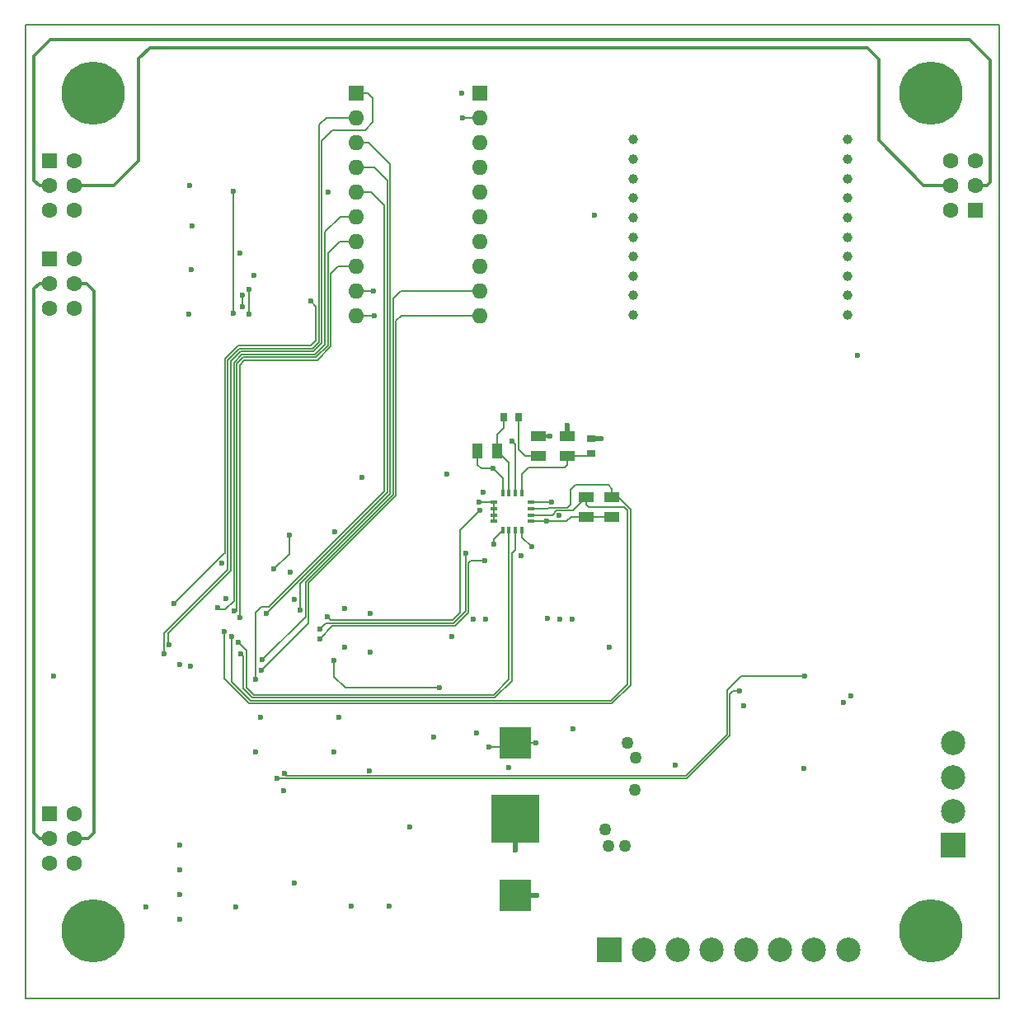
<source format=gbl>
%FSLAX25Y25*%
%MOIN*%
G70*
G01*
G75*
G04 Layer_Physical_Order=4*
G04 Layer_Color=16711680*
%ADD10R,0.06000X0.04000*%
%ADD11R,0.02953X0.11024*%
%ADD12R,0.04000X0.06000*%
%ADD13R,0.03201X0.02799*%
%ADD14R,0.02799X0.03201*%
%ADD15R,0.03543X0.04724*%
%ADD16O,0.10236X0.02756*%
%ADD17R,0.20472X0.34449*%
%ADD18O,0.01772X0.07874*%
%ADD19R,0.01201X0.07098*%
%ADD20R,0.01200X0.07100*%
%ADD21R,0.07100X0.01200*%
%ADD22R,0.07100X0.01200*%
%ADD23R,0.07098X0.01201*%
%ADD24R,0.02559X0.04134*%
%ADD25R,0.06000X0.02500*%
%ADD26O,0.06000X0.02500*%
%ADD27R,0.06299X0.01969*%
%ADD28R,0.01969X0.06299*%
%ADD29R,0.04724X0.02362*%
%ADD30R,0.07874X0.21654*%
%ADD31R,0.04000X0.04000*%
%ADD32R,0.04000X0.08000*%
%ADD33R,0.03937X0.09055*%
%ADD34R,0.03937X0.05118*%
%ADD35R,0.05118X0.03937*%
%ADD36R,0.05906X0.03937*%
%ADD37R,0.11024X0.03937*%
%ADD38C,0.01181*%
%ADD39C,0.01969*%
%ADD40C,0.00591*%
%ADD41C,0.00787*%
%ADD42C,0.06299*%
%ADD43R,0.06299X0.06299*%
%ADD44R,0.06300X0.06200*%
%ADD45O,0.06300X0.06200*%
%ADD46C,0.25590*%
%ADD47R,0.09843X0.09843*%
%ADD48C,0.09843*%
%ADD49C,0.03937*%
%ADD50R,0.09843X0.09843*%
%ADD51C,0.02362*%
%ADD52C,0.05000*%
%ADD53C,0.04000*%
%ADD54C,0.05906*%
G04:AMPARAMS|DCode=55|XSize=74.803mil|YSize=74.803mil|CornerRadius=0mil|HoleSize=0mil|Usage=FLASHONLY|Rotation=0.000|XOffset=0mil|YOffset=0mil|HoleType=Round|Shape=Relief|Width=10mil|Gap=7.87mil|Entries=4|*
%AMTHD55*
7,0,0,0.07480,0.05906,0.01000,45*
%
%ADD55THD55*%
%ADD56C,0.05512*%
G04:AMPARAMS|DCode=57|XSize=70.866mil|YSize=70.866mil|CornerRadius=0mil|HoleSize=0mil|Usage=FLASHONLY|Rotation=0.000|XOffset=0mil|YOffset=0mil|HoleType=Round|Shape=Relief|Width=10mil|Gap=7.87mil|Entries=4|*
%AMTHD57*
7,0,0,0.07087,0.05512,0.01000,45*
%
%ADD57THD57*%
G04:AMPARAMS|DCode=58|XSize=161.417mil|YSize=161.417mil|CornerRadius=0mil|HoleSize=0mil|Usage=FLASHONLY|Rotation=0.000|XOffset=0mil|YOffset=0mil|HoleType=Round|Shape=Relief|Width=10mil|Gap=7.87mil|Entries=4|*
%AMTHD58*
7,0,0,0.16142,0.14567,0.01000,45*
%
%ADD58THD58*%
%ADD59C,0.08268*%
G04:AMPARAMS|DCode=60|XSize=98.425mil|YSize=98.425mil|CornerRadius=0mil|HoleSize=0mil|Usage=FLASHONLY|Rotation=0.000|XOffset=0mil|YOffset=0mil|HoleType=Round|Shape=Relief|Width=10mil|Gap=7.87mil|Entries=4|*
%AMTHD60*
7,0,0,0.09843,0.08268,0.01000,45*
%
%ADD60THD60*%
%ADD61C,0.05118*%
G04:AMPARAMS|DCode=62|XSize=66.929mil|YSize=66.929mil|CornerRadius=0mil|HoleSize=0mil|Usage=FLASHONLY|Rotation=0.000|XOffset=0mil|YOffset=0mil|HoleType=Round|Shape=Relief|Width=10mil|Gap=7.87mil|Entries=4|*
%AMTHD62*
7,0,0,0.06693,0.05118,0.01000,45*
%
%ADD62THD62*%
%ADD63C,0.03543*%
G04:AMPARAMS|DCode=64|XSize=51.181mil|YSize=51.181mil|CornerRadius=0mil|HoleSize=0mil|Usage=FLASHONLY|Rotation=0.000|XOffset=0mil|YOffset=0mil|HoleType=Round|Shape=Relief|Width=10mil|Gap=7.87mil|Entries=4|*
%AMTHD64*
7,0,0,0.05118,0.03543,0.01000,45*
%
%ADD64THD64*%
G04:AMPARAMS|DCode=65|XSize=67.37mil|YSize=67.37mil|CornerRadius=0mil|HoleSize=0mil|Usage=FLASHONLY|Rotation=0.000|XOffset=0mil|YOffset=0mil|HoleType=Round|Shape=Relief|Width=10mil|Gap=7.87mil|Entries=4|*
%AMTHD65*
7,0,0,0.06737,0.05162,0.01000,45*
%
%ADD65THD65*%
%ADD66C,0.05162*%
%ADD67C,0.14567*%
%ADD68R,0.01181X0.03150*%
%ADD69R,0.03150X0.01181*%
%ADD70R,0.19685X0.19685*%
%ADD71R,0.12598X0.12598*%
D10*
X207480Y227327D02*
D03*
Y219327D02*
D03*
X219094Y219425D02*
D03*
Y227425D02*
D03*
X226772Y194819D02*
D03*
Y202819D02*
D03*
X237008Y194622D02*
D03*
Y202622D02*
D03*
D12*
X190713Y221457D02*
D03*
X182713D02*
D03*
D13*
X228839Y220425D02*
D03*
Y226425D02*
D03*
D14*
X199358Y235138D02*
D03*
X193358D02*
D03*
D38*
X5650Y289213D02*
X9685D01*
X3543Y287106D02*
X5650Y289213D01*
X3543Y66929D02*
Y287106D01*
Y66929D02*
X5669Y64803D01*
X9685D01*
X19685D02*
X25335D01*
X27657Y67126D01*
Y286221D01*
X24665Y289213D02*
X27657Y286221D01*
X19685Y289213D02*
X24665D01*
X384016Y328898D02*
X388642D01*
X389961Y330217D01*
Y379528D01*
X381890Y387598D02*
X389961Y379528D01*
X10138Y387598D02*
X381890D01*
X3543Y381004D02*
X10138Y387598D01*
X3543Y330906D02*
Y381004D01*
Y330906D02*
X5866Y328583D01*
X9685D01*
X19685D02*
X35669D01*
X45866Y338779D01*
Y380020D01*
X50394Y384547D01*
X340256D01*
X344980Y379823D01*
Y346949D02*
Y379823D01*
Y346949D02*
X363032Y328898D01*
X374016D01*
X207480Y227327D02*
X211148D01*
X211148Y227327D01*
X212161D01*
D39*
X197933Y60039D02*
Y72638D01*
Y41732D02*
X206594D01*
X219094Y227425D02*
Y231594D01*
X219094Y227425D02*
X219094Y227425D01*
X228839Y226425D02*
X232626D01*
X232677Y226476D01*
D40*
X124705Y130217D02*
Y136811D01*
Y130217D02*
X129331Y125591D01*
X167323D01*
X197933Y103543D02*
X206398D01*
X206496Y103445D01*
X170472Y212008D02*
X170473Y212008D01*
X195571Y129035D02*
Y189370D01*
X189350Y122815D02*
X195571Y129035D01*
X92303Y122815D02*
X189350D01*
X89272Y125847D02*
X92303Y122815D01*
X89272Y125847D02*
Y140748D01*
X85925Y144095D02*
X89272Y140748D01*
X198130Y181496D02*
Y189370D01*
X196752Y180118D02*
X198130Y181496D01*
X196752Y128546D02*
Y180118D01*
X189840Y121634D02*
X196752Y128546D01*
X91814Y121634D02*
X189840D01*
X88090Y125357D02*
X91814Y121634D01*
X88090Y125357D02*
Y138397D01*
X87111Y139377D02*
X88090Y138397D01*
X196850Y225394D02*
X197146Y225689D01*
X200689Y186516D02*
Y189370D01*
Y186516D02*
X204626Y182579D01*
X204331Y200689D02*
X212598D01*
X198130Y204331D02*
Y224114D01*
X196850Y225394D02*
X198130Y224114D01*
X189370Y193012D02*
Y195571D01*
Y198130D01*
Y200689D01*
X193012Y204331D02*
Y210433D01*
X189173Y214272D02*
X193012Y210433D01*
X182713Y215811D02*
Y221457D01*
Y215811D02*
X184252Y214272D01*
X189173D01*
X193358Y230858D02*
Y235138D01*
X190713Y228213D02*
X193358Y230858D01*
X190713Y221457D02*
Y228213D01*
X219094Y219425D02*
X227839D01*
X202130Y219327D02*
X207480D01*
X199358Y222098D02*
X202130Y219327D01*
X199358Y222098D02*
Y235138D01*
X200689Y204331D02*
Y212008D01*
X203346Y214665D01*
X218110D01*
X219094Y215650D01*
Y219425D01*
X204331Y195571D02*
X212992D01*
X190713Y221457D02*
X195571Y216598D01*
Y204331D02*
Y216598D01*
X286169Y124260D02*
X288634D01*
X284842Y122933D02*
X286169Y124260D01*
X284842Y106299D02*
Y122933D01*
X267520Y88976D02*
X284842Y106299D01*
X101870Y88976D02*
X267520D01*
X289370Y130413D02*
X315158D01*
X283661Y124705D02*
X289370Y130413D01*
X283661Y106791D02*
Y124705D01*
X267028Y90158D02*
X283661Y106791D01*
X105521Y90158D02*
X267028D01*
X104631Y91048D02*
X105521Y90158D01*
X189469Y185827D02*
X193012Y189370D01*
X189469Y183858D02*
Y185827D01*
X210728Y193012D02*
X218898D01*
X220705Y194819D01*
X226772D01*
X236811D01*
X237008Y194622D01*
X212992Y195571D02*
X214764Y197343D01*
X221295D01*
X226772Y202819D01*
X211713Y198524D02*
X219094D01*
X220472Y199902D01*
X222441Y207579D02*
X235630D01*
X237008Y206201D01*
X226772Y199705D02*
Y202819D01*
Y199705D02*
X227756Y198721D01*
X241929D01*
X243406Y197244D01*
Y127165D02*
Y197244D01*
X236693Y120453D02*
X243406Y127165D01*
X90965Y120453D02*
X236693D01*
X244587Y126676D02*
Y197733D01*
X237182Y119272D02*
X244587Y126676D01*
X90475Y119272D02*
X237182D01*
X237008Y202622D02*
Y206201D01*
Y202622D02*
X239698D01*
X220472Y199902D02*
Y205610D01*
X222441Y207579D01*
X83366Y128051D02*
X90965Y120453D01*
X83366Y128051D02*
Y146358D01*
X80315Y129432D02*
X90475Y119272D01*
X80315Y129432D02*
Y148428D01*
X80319Y148432D01*
X239698Y202622D02*
X244587Y197733D01*
X211221Y198031D02*
X211713Y198524D01*
X204429Y198031D02*
X211221D01*
X124902Y188681D02*
X125000Y188583D01*
X139180Y91627D02*
Y92229D01*
Y91627D02*
X139272Y91535D01*
X196134Y101744D02*
X197933Y103543D01*
X187276Y101744D02*
X196134D01*
X86417Y300984D02*
X86693Y301260D01*
X108563Y46555D02*
X108661Y46653D01*
X155020Y69784D02*
X155315Y69488D01*
X146850Y37598D02*
X146949Y37500D01*
X131791Y37303D02*
X131791Y37303D01*
X140827Y286142D02*
X140945Y286024D01*
X133858Y276142D02*
X141181D01*
X176378Y366043D02*
X176476Y366142D01*
X176614Y356142D02*
X183858D01*
X127008Y306142D02*
X133858D01*
X127264Y316142D02*
X133858D01*
X121594Y356142D02*
X133858D01*
Y366142D02*
X138484D01*
X140551Y364075D01*
Y354331D02*
Y364075D01*
X137303Y351083D02*
X140551Y354331D01*
X124210Y351083D02*
X137303D01*
X133858Y286142D02*
X140827D01*
X92224Y292520D02*
X92272Y292567D01*
X133858Y346142D02*
X138602D01*
X147441Y337303D01*
X11319Y130217D02*
X11516Y130413D01*
X56102Y139567D02*
Y147736D01*
X81890Y173524D01*
X57677Y143711D02*
Y147641D01*
X83071Y173034D01*
X57677Y143711D02*
X58172Y143216D01*
X84547Y156890D02*
X85433D01*
X84547Y156890D02*
X84547Y156890D01*
X80709Y157283D02*
X84252Y160827D01*
X78555Y157283D02*
X80709D01*
X77858Y157980D02*
X78555Y157283D01*
X147441Y204232D02*
Y337303D01*
X146260Y204721D02*
Y319882D01*
X97345Y155807D02*
X146260Y204721D01*
X111024Y167815D02*
X147441Y204232D01*
X111024Y156988D02*
Y167815D01*
X133858Y336142D02*
X141024D01*
X146260Y330906D01*
Y319882D02*
Y330906D01*
X133858Y326142D02*
X139803D01*
X145079Y320866D01*
Y205211D02*
Y320866D01*
X98431Y158563D02*
X145079Y205211D01*
X95571Y158563D02*
X98431D01*
X93110Y156102D02*
X95571Y158563D01*
X93110Y128937D02*
Y156102D01*
X151693Y286142D02*
X183858D01*
X148622Y283071D02*
X151693Y286142D01*
X148622Y203743D02*
Y283071D01*
X113287Y168408D02*
X148622Y203743D01*
X113287Y154528D02*
Y168408D01*
X95866Y137106D02*
X113287Y154528D01*
X151929Y276142D02*
X183858D01*
X149803Y274016D02*
X151929Y276142D01*
X149803Y203254D02*
Y274016D01*
X114469Y167919D02*
X149803Y203254D01*
X114469Y151772D02*
Y167919D01*
X95472Y132776D02*
X114469Y151772D01*
X86614Y154035D02*
Y256201D01*
X126555Y296142D02*
X133858D01*
X86614Y256201D02*
X88484Y258071D01*
X117913D01*
X123425Y263583D01*
Y293012D01*
X126555Y296142D01*
X85433Y156890D02*
Y256690D01*
X87995Y259252D01*
X117424D01*
X122244Y264072D01*
Y301378D01*
X127008Y306142D01*
X84252Y160827D02*
Y257179D01*
X87506Y260433D01*
X116935D01*
X121063Y264561D01*
Y309941D01*
X127264Y316142D01*
X83071Y173034D02*
Y257668D01*
X87017Y261614D01*
X116446D01*
X119882Y265050D01*
X81890Y173524D02*
Y258158D01*
X86527Y262795D01*
X115956D01*
X118701Y265540D01*
X119882Y265050D02*
Y346755D01*
X124210Y351083D01*
X118701Y265540D02*
Y353248D01*
X121594Y356142D01*
X90551Y276870D02*
Y286614D01*
X87697Y279626D02*
Y284350D01*
X84153Y276969D02*
Y326476D01*
X115250Y282087D02*
X117520Y279817D01*
Y266029D02*
Y279817D01*
X115467Y263976D02*
X117520Y266029D01*
X86038Y263976D02*
X115467D01*
X80709Y258647D02*
X86038Y263976D01*
X80709Y180118D02*
Y258647D01*
X80562Y180118D02*
X80709D01*
X60188Y159744D02*
X80562Y180118D01*
X106595Y179728D02*
Y187303D01*
X100497Y173630D02*
X106595Y179728D01*
X183563Y200689D02*
X189370D01*
X183366Y200886D02*
X183563Y200689D01*
X177953Y156595D02*
Y179921D01*
X173130Y151772D02*
X177953Y156595D01*
X175787Y189567D02*
X183661Y197441D01*
X175787Y156099D02*
Y189567D01*
X172641Y152953D02*
X175787Y156099D01*
X121457Y151772D02*
X173130D01*
X119193Y149508D02*
X121457Y151772D01*
X123425Y152953D02*
X172641D01*
X121949Y154429D02*
X123425Y152953D01*
X180217Y177165D02*
X185728D01*
X179134Y176083D02*
X180217Y177165D01*
X179134Y156105D02*
Y176083D01*
X173619Y150591D02*
X179134Y156105D01*
X124114Y150591D02*
X173619D01*
X119095Y145571D02*
X124114Y150591D01*
X204331Y193012D02*
X210728D01*
D41*
X0Y0D02*
Y393701D01*
X393701D01*
Y0D02*
Y393701D01*
X0Y0D02*
X393701D01*
D42*
X19685Y54803D02*
D03*
X9685D02*
D03*
X19685Y64803D02*
D03*
X9685D02*
D03*
X19685Y74803D02*
D03*
Y279213D02*
D03*
X9685D02*
D03*
X19685Y289213D02*
D03*
X9685D02*
D03*
X19685Y299213D02*
D03*
Y318583D02*
D03*
X9685D02*
D03*
X19685Y328583D02*
D03*
X9685D02*
D03*
X19685Y338583D02*
D03*
X374016Y338898D02*
D03*
X384016D02*
D03*
X374016Y328898D02*
D03*
X384016D02*
D03*
X374016Y318898D02*
D03*
D43*
X9685Y74803D02*
D03*
Y299213D02*
D03*
Y338583D02*
D03*
X384016Y318898D02*
D03*
D44*
X183858Y366142D02*
D03*
X133858Y366142D02*
D03*
D45*
X183858Y356142D02*
D03*
Y346142D02*
D03*
Y336142D02*
D03*
Y316142D02*
D03*
Y306142D02*
D03*
Y296142D02*
D03*
Y286142D02*
D03*
Y276142D02*
D03*
Y326142D02*
D03*
X133858Y356142D02*
D03*
Y346142D02*
D03*
Y336142D02*
D03*
Y316142D02*
D03*
Y306142D02*
D03*
Y296142D02*
D03*
Y286142D02*
D03*
Y276142D02*
D03*
Y326142D02*
D03*
D46*
X27559Y366142D02*
D03*
X366142D02*
D03*
X27559Y27559D02*
D03*
X366142D02*
D03*
D47*
X375000Y62008D02*
D03*
D48*
Y75788D02*
D03*
Y89567D02*
D03*
Y103347D02*
D03*
X250000Y19685D02*
D03*
X263779D02*
D03*
X277559D02*
D03*
X291339D02*
D03*
X305118D02*
D03*
X318898D02*
D03*
X332677D02*
D03*
D49*
X245768Y347244D02*
D03*
Y339370D02*
D03*
Y331496D02*
D03*
Y323622D02*
D03*
Y315748D02*
D03*
Y307874D02*
D03*
Y300000D02*
D03*
Y292126D02*
D03*
Y284252D02*
D03*
Y276378D02*
D03*
X332382D02*
D03*
Y284252D02*
D03*
Y292126D02*
D03*
Y300000D02*
D03*
Y307874D02*
D03*
Y315748D02*
D03*
Y323622D02*
D03*
Y331496D02*
D03*
Y339370D02*
D03*
Y347244D02*
D03*
D50*
X236221Y19685D02*
D03*
D51*
X221457Y108957D02*
D03*
X221063Y153543D02*
D03*
X216142D02*
D03*
X211122Y153642D02*
D03*
X172539Y146260D02*
D03*
X181102Y153543D02*
D03*
X186122D02*
D03*
X139385Y140157D02*
D03*
X167323Y125591D02*
D03*
X195374Y93405D02*
D03*
X236187Y141976D02*
D03*
X206496Y103445D02*
D03*
X206594Y41732D02*
D03*
X170473Y212008D02*
D03*
X67520Y312500D02*
D03*
X66142Y276870D02*
D03*
X67126Y294882D02*
D03*
X66535Y328642D02*
D03*
X93209Y99888D02*
D03*
X95177Y113856D02*
D03*
X124705Y99888D02*
D03*
X126673Y113856D02*
D03*
X79429Y176062D02*
D03*
X106988Y172554D02*
D03*
X108858Y161319D02*
D03*
X66718Y134252D02*
D03*
X128922Y142126D02*
D03*
X139385Y155905D02*
D03*
X128922Y157874D02*
D03*
X62410Y32106D02*
D03*
X48811Y37106D02*
D03*
X62410Y42106D02*
D03*
Y52106D02*
D03*
Y62106D02*
D03*
X85031Y37106D02*
D03*
X333823Y122386D02*
D03*
X230183Y316587D02*
D03*
X290321Y118260D02*
D03*
X330854Y119719D02*
D03*
X336254Y259992D02*
D03*
X165094Y105870D02*
D03*
X135925Y210827D02*
D03*
X85925Y144095D02*
D03*
X87111Y139377D02*
D03*
X200492Y179134D02*
D03*
X215748Y195276D02*
D03*
X196850Y225394D02*
D03*
X204626Y182579D02*
D03*
X212598Y200689D02*
D03*
X189173Y214272D02*
D03*
X219094Y231594D02*
D03*
X314764Y93209D02*
D03*
X288634Y124260D02*
D03*
X101870Y88976D02*
D03*
X315158Y130413D02*
D03*
X104631Y91048D02*
D03*
X124705Y136811D02*
D03*
X189469Y183858D02*
D03*
X185728Y177165D02*
D03*
X83366Y146358D02*
D03*
X62303Y135236D02*
D03*
X80319Y148432D02*
D03*
X125000Y188583D02*
D03*
X139180Y92229D02*
D03*
X187276Y101744D02*
D03*
X197933Y60039D02*
D03*
X86693Y301260D02*
D03*
X108661Y46653D02*
D03*
X155315Y69488D02*
D03*
X104528Y84055D02*
D03*
X146949Y37500D02*
D03*
X131791Y37303D02*
D03*
X140827Y286142D02*
D03*
X141181Y276142D02*
D03*
X176476Y366142D02*
D03*
X176614Y356142D02*
D03*
X92272Y292567D02*
D03*
X11516Y130413D02*
D03*
X56102Y139567D02*
D03*
X58172Y143216D02*
D03*
X86614Y154035D02*
D03*
X84547Y156890D02*
D03*
X81102Y161713D02*
D03*
X77858Y157980D02*
D03*
X97345Y155807D02*
D03*
X111024Y156988D02*
D03*
X93110Y128937D02*
D03*
X95866Y137106D02*
D03*
X95472Y132776D02*
D03*
X100497Y173630D02*
D03*
X122343Y326083D02*
D03*
X87697Y284350D02*
D03*
X90551Y286614D02*
D03*
X115250Y282087D02*
D03*
X90551Y276870D02*
D03*
X87697Y279626D02*
D03*
X84153Y326476D02*
D03*
Y276969D02*
D03*
X60188Y159744D02*
D03*
X106595Y187303D02*
D03*
X185138Y204823D02*
D03*
X183366Y200886D02*
D03*
X183661Y197441D02*
D03*
X177953Y179921D02*
D03*
X119193Y149508D02*
D03*
X121949Y154429D02*
D03*
X119095Y145571D02*
D03*
X210728Y193012D02*
D03*
X262894Y94488D02*
D03*
X182283Y107283D02*
D03*
X212161Y227327D02*
D03*
X232677Y226476D02*
D03*
D52*
X246555Y84547D02*
D03*
X243406Y103248D02*
D03*
X246654Y97244D02*
D03*
X234252Y68504D02*
D03*
X235630Y61614D02*
D03*
X242421Y61713D02*
D03*
D68*
X193012Y204331D02*
D03*
X195571D02*
D03*
X198130D02*
D03*
X200689D02*
D03*
X193012Y189370D02*
D03*
X195571D02*
D03*
X198130D02*
D03*
X200689D02*
D03*
D69*
X189370Y200689D02*
D03*
Y198130D02*
D03*
Y195571D02*
D03*
Y193012D02*
D03*
X204331Y200689D02*
D03*
Y198130D02*
D03*
Y195571D02*
D03*
Y193012D02*
D03*
D70*
X197933Y72638D02*
D03*
D71*
Y41732D02*
D03*
Y103543D02*
D03*
M02*

</source>
